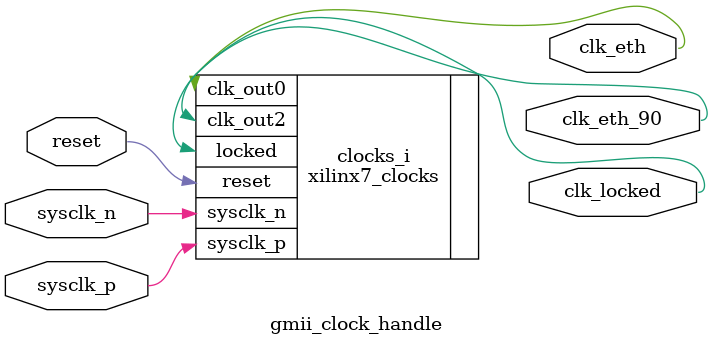
<source format=v>
module gmii_clock_handle(
	input sysclk_p,
	input sysclk_n,
	input reset,
	output clk_eth,  // 125 MHz
	output clk_eth_90,
	output clk_locked
);
// No clk_pin output port:  that only gets used by GMII hardware,
// and we're RGMII.  RGMII Tx clock pin handling is in gmii_to_rgmii.v.

// 20 MHz clock in x50, then divide by 8 to get clk_eth (tx_clk)
xilinx7_clocks #(
	.DIFF_CLKIN("BYPASS"),
	.CLKIN_PERIOD(50),  // SYSCLK = 20MHz
	.MULT     (50),     // 20 MHz X 50 = 1 GHz on-chip VCO
	.DIV0     (8)       // 1 GHz / 8 = 125 MHz
) clocks_i(
	.sysclk_p (sysclk_p),
	.sysclk_n (sysclk_n),
	.reset    (reset),
	.clk_out0 (clk_eth),
	.clk_out2 (clk_eth_90),
	.locked   (clk_locked)
);

endmodule

</source>
